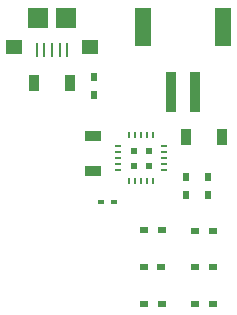
<source format=gtp>
%TF.GenerationSoftware,KiCad,Pcbnew,4.0.5-e0-6337~49~ubuntu16.04.1*%
%TF.CreationDate,2017-07-20T10:50:06-07:00*%
%TF.ProjectId,mcp73871-battery-mgmt-breakout,6D637037333837312D62617474657279,1.0*%
%TF.FileFunction,Paste,Top*%
%FSLAX46Y46*%
G04 Gerber Fmt 4.6, Leading zero omitted, Abs format (unit mm)*
G04 Created by KiCad (PCBNEW 4.0.5-e0-6337~49~ubuntu16.04.1) date Thu Jul 20 10:50:06 2017*
%MOMM*%
%LPD*%
G01*
G04 APERTURE LIST*
%ADD10C,0.350000*%
%ADD11R,0.847600X1.447600*%
%ADD12R,1.447600X0.847600*%
%ADD13R,0.247600X1.197600*%
%ADD14R,1.447600X1.247600*%
%ADD15R,1.747600X1.747600*%
%ADD16R,0.847600X3.347600*%
%ADD17R,1.447600X3.247600*%
%ADD18R,0.647600X0.597600*%
%ADD19R,0.597600X0.647600*%
%ADD20R,0.549200X0.449200*%
%ADD21R,0.577600X0.147600*%
%ADD22R,0.147600X0.577600*%
%ADD23R,0.597600X0.597600*%
G04 APERTURE END LIST*
D10*
D11*
X130580000Y-85407500D03*
X133580000Y-85407500D03*
X120703600Y-80822800D03*
X117703600Y-80822800D03*
D12*
X122682000Y-85344000D03*
X122682000Y-88344000D03*
D13*
X120500836Y-78031234D03*
X119850836Y-78031234D03*
X119201736Y-78031234D03*
X118550836Y-78031234D03*
X117900836Y-78031234D03*
D14*
X122400836Y-77806234D03*
D15*
X120400836Y-75356234D03*
X118000836Y-75356234D03*
D14*
X116000836Y-77806234D03*
D16*
X131305600Y-81648400D03*
X129305600Y-81648400D03*
D17*
X133705600Y-76098400D03*
X126905600Y-76098400D03*
D18*
X131318000Y-93393490D03*
X132818000Y-93393490D03*
X131318000Y-96432162D03*
X132818000Y-96432162D03*
X131318000Y-99532000D03*
X132818000Y-99532000D03*
D19*
X122783600Y-81865600D03*
X122783600Y-80365600D03*
D18*
X128500000Y-93343490D03*
X127000000Y-93343490D03*
X128460128Y-96432162D03*
X126960128Y-96432162D03*
X128500000Y-99568000D03*
X127000000Y-99568000D03*
D20*
X123380000Y-90900000D03*
X124480000Y-90900000D03*
D19*
X132380000Y-88800000D03*
X132380000Y-90300000D03*
X130530000Y-88850000D03*
X130530000Y-90350000D03*
D21*
X124790000Y-86225000D03*
X124790000Y-86725000D03*
X124790000Y-87225000D03*
X124790000Y-87725000D03*
X124790000Y-88225000D03*
D22*
X125755000Y-89190000D03*
X126255000Y-89190000D03*
X126755000Y-89190000D03*
X127255000Y-89190000D03*
X127755000Y-89190000D03*
D21*
X128720000Y-88225000D03*
X128720000Y-87725000D03*
X128720000Y-87225000D03*
X128720000Y-86725000D03*
X128720000Y-86225000D03*
D22*
X127755000Y-85260000D03*
X127255000Y-85260000D03*
X126755000Y-85260000D03*
X126255000Y-85260000D03*
X125755000Y-85260000D03*
D23*
X127380000Y-87850000D03*
X127380000Y-86600000D03*
X126130000Y-87850000D03*
X126130000Y-86600000D03*
M02*

</source>
